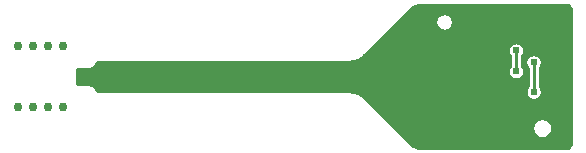
<source format=gbl>
G04 #@! TF.GenerationSoftware,KiCad,Pcbnew,(5.1.6-87-g1447494bc)*
G04 #@! TF.CreationDate,2020-12-18T18:28:38-06:00*
G04 #@! TF.ProjectId,mff2-to-4ffnano,6d666632-2d74-46f2-9d34-66666e616e6f,v1.0*
G04 #@! TF.SameCoordinates,Original*
G04 #@! TF.FileFunction,Copper,L2,Bot*
G04 #@! TF.FilePolarity,Positive*
%FSLAX46Y46*%
G04 Gerber Fmt 4.6, Leading zero omitted, Abs format (unit mm)*
G04 Created by KiCad (PCBNEW (5.1.6-87-g1447494bc)) date 2020-12-18 18:28:38*
%MOMM*%
%LPD*%
G01*
G04 APERTURE LIST*
G04 #@! TA.AperFunction,ComponentPad*
%ADD10C,0.762000*%
G04 #@! TD*
G04 #@! TA.AperFunction,ViaPad*
%ADD11C,0.609600*%
G04 #@! TD*
G04 #@! TA.AperFunction,Conductor*
%ADD12C,0.254000*%
G04 #@! TD*
G04 #@! TA.AperFunction,Conductor*
%ADD13C,0.100000*%
G04 #@! TD*
G04 APERTURE END LIST*
D10*
X122305000Y-128300000D03*
X121035000Y-128300000D03*
X119765000Y-128300000D03*
X118495000Y-128300000D03*
X122305000Y-133500000D03*
X121035000Y-133500000D03*
X119765000Y-133500000D03*
X118495000Y-133500000D03*
D11*
X151540000Y-130650000D03*
X151550006Y-128760000D03*
X162115000Y-132195000D03*
X162110000Y-129700000D03*
X160610000Y-128700000D03*
X160610002Y-130470000D03*
D12*
X151540000Y-130650000D02*
X151540000Y-128770006D01*
X151540000Y-128770006D02*
X151550006Y-128760000D01*
X162115000Y-132195000D02*
X162115000Y-129705000D01*
X162115000Y-129705000D02*
X162110000Y-129700000D01*
X160610000Y-130469998D02*
X160610002Y-130470000D01*
X160610000Y-128700000D02*
X160610000Y-130469998D01*
X164966393Y-124864697D02*
X165030255Y-124883978D01*
X165089156Y-124915296D01*
X165140853Y-124957459D01*
X165183377Y-125008862D01*
X165215106Y-125067543D01*
X165234832Y-125131269D01*
X165244001Y-125218506D01*
X165244000Y-136577694D01*
X165235303Y-136666392D01*
X165216022Y-136730254D01*
X165184703Y-136789157D01*
X165142540Y-136840854D01*
X165091140Y-136883376D01*
X165032456Y-136915106D01*
X164968734Y-136934831D01*
X164881503Y-136944000D01*
X152547306Y-136944000D01*
X152317192Y-136921437D01*
X152117298Y-136861086D01*
X151931442Y-136762264D01*
X151768795Y-136631594D01*
X150327911Y-135198154D01*
X161999000Y-135198154D01*
X161999000Y-135361846D01*
X162030935Y-135522394D01*
X162093577Y-135673626D01*
X162184520Y-135809732D01*
X162300268Y-135925480D01*
X162436374Y-136016423D01*
X162587606Y-136079065D01*
X162748154Y-136111000D01*
X162911846Y-136111000D01*
X163072394Y-136079065D01*
X163223626Y-136016423D01*
X163359732Y-135925480D01*
X163475480Y-135809732D01*
X163566423Y-135673626D01*
X163629065Y-135522394D01*
X163661000Y-135361846D01*
X163661000Y-135198154D01*
X163629065Y-135037606D01*
X163566423Y-134886374D01*
X163475480Y-134750268D01*
X163359732Y-134634520D01*
X163223626Y-134543577D01*
X163072394Y-134480935D01*
X162911846Y-134449000D01*
X162748154Y-134449000D01*
X162587606Y-134480935D01*
X162436374Y-134543577D01*
X162300268Y-134634520D01*
X162184520Y-134750268D01*
X162093577Y-134886374D01*
X162030935Y-135037606D01*
X161999000Y-135198154D01*
X150327911Y-135198154D01*
X147805724Y-132688998D01*
X147753576Y-132646428D01*
X147751992Y-132645587D01*
X147570557Y-132499822D01*
X147537363Y-132478118D01*
X147504640Y-132455712D01*
X147499039Y-132452684D01*
X147235721Y-132312675D01*
X147197520Y-132296930D01*
X147159522Y-132280643D01*
X147153444Y-132278762D01*
X147153438Y-132278760D01*
X146867941Y-132192564D01*
X146827423Y-132184541D01*
X146786973Y-132175943D01*
X146780641Y-132175278D01*
X146483838Y-132146176D01*
X146483833Y-132146176D01*
X146461739Y-132144000D01*
X125137629Y-132144000D01*
X125131320Y-132110929D01*
X125129480Y-132104833D01*
X125112166Y-132048901D01*
X125096130Y-132010753D01*
X125080667Y-131972480D01*
X125077685Y-131966872D01*
X125077679Y-131966859D01*
X125077672Y-131966848D01*
X125049829Y-131915355D01*
X125026723Y-131881099D01*
X125004088Y-131846509D01*
X125000064Y-131841575D01*
X124962743Y-131796462D01*
X124933409Y-131767333D01*
X124904500Y-131737811D01*
X124899594Y-131733753D01*
X124854221Y-131696748D01*
X124819793Y-131673874D01*
X124785702Y-131650530D01*
X124780101Y-131647502D01*
X124728405Y-131620014D01*
X124690159Y-131604249D01*
X124652203Y-131587981D01*
X124646137Y-131586104D01*
X124646125Y-131586099D01*
X124646113Y-131586097D01*
X124590070Y-131569176D01*
X124549533Y-131561149D01*
X124509096Y-131552554D01*
X124502775Y-131551890D01*
X124502769Y-131551889D01*
X124502764Y-131551889D01*
X124444495Y-131546176D01*
X124444493Y-131546176D01*
X124422399Y-131544000D01*
X123427000Y-131544000D01*
X123427000Y-130256000D01*
X124422399Y-130256000D01*
X124441644Y-130254105D01*
X124443421Y-130254117D01*
X124449758Y-130253495D01*
X124478412Y-130250483D01*
X124489392Y-130249402D01*
X124489758Y-130249291D01*
X124507987Y-130247375D01*
X124548498Y-130239060D01*
X124589072Y-130231320D01*
X124595161Y-130229482D01*
X124595165Y-130229481D01*
X124595168Y-130229480D01*
X124651099Y-130212165D01*
X124689172Y-130196161D01*
X124727521Y-130180667D01*
X124733137Y-130177680D01*
X124733141Y-130177678D01*
X124733144Y-130177676D01*
X124784645Y-130149829D01*
X124818875Y-130126741D01*
X124853491Y-130104089D01*
X124858425Y-130100064D01*
X124903537Y-130062743D01*
X124932665Y-130033412D01*
X124962189Y-130004500D01*
X124966242Y-129999600D01*
X124966247Y-129999595D01*
X124966251Y-129999590D01*
X125003252Y-129954221D01*
X125026116Y-129919808D01*
X125049470Y-129885702D01*
X125052498Y-129880101D01*
X125079986Y-129828404D01*
X125095740Y-129790184D01*
X125112019Y-129752203D01*
X125113897Y-129746133D01*
X125113901Y-129746124D01*
X125113903Y-129746115D01*
X125130824Y-129690070D01*
X125137570Y-129656000D01*
X146461739Y-129656000D01*
X146479915Y-129654210D01*
X146484319Y-129654256D01*
X146490658Y-129653657D01*
X146781908Y-129624073D01*
X146822458Y-129615897D01*
X146863047Y-129608301D01*
X146869148Y-129606482D01*
X147149105Y-129520890D01*
X147187239Y-129505016D01*
X147225634Y-129489660D01*
X147231266Y-129486690D01*
X147489266Y-129348352D01*
X147523615Y-129325357D01*
X147558272Y-129302851D01*
X147563213Y-129298849D01*
X147563220Y-129298844D01*
X147563226Y-129298838D01*
X147789076Y-129113323D01*
X147805825Y-129099641D01*
X148275157Y-128632455D01*
X159924200Y-128632455D01*
X159924200Y-128767545D01*
X159950555Y-128900040D01*
X160002252Y-129024848D01*
X160077305Y-129137172D01*
X160102000Y-129161867D01*
X160102001Y-130008134D01*
X160077307Y-130032828D01*
X160002254Y-130145152D01*
X159950557Y-130269960D01*
X159924202Y-130402455D01*
X159924202Y-130537545D01*
X159950557Y-130670040D01*
X160002254Y-130794848D01*
X160077307Y-130907172D01*
X160172830Y-131002695D01*
X160285154Y-131077748D01*
X160409962Y-131129445D01*
X160542457Y-131155800D01*
X160677547Y-131155800D01*
X160810042Y-131129445D01*
X160934850Y-131077748D01*
X161047174Y-131002695D01*
X161142697Y-130907172D01*
X161217750Y-130794848D01*
X161269447Y-130670040D01*
X161295802Y-130537545D01*
X161295802Y-130402455D01*
X161269447Y-130269960D01*
X161217750Y-130145152D01*
X161142697Y-130032828D01*
X161118000Y-130008131D01*
X161118000Y-129632455D01*
X161424200Y-129632455D01*
X161424200Y-129767545D01*
X161450555Y-129900040D01*
X161502252Y-130024848D01*
X161577305Y-130137172D01*
X161607001Y-130166868D01*
X161607000Y-131733133D01*
X161582305Y-131757828D01*
X161507252Y-131870152D01*
X161455555Y-131994960D01*
X161429200Y-132127455D01*
X161429200Y-132262545D01*
X161455555Y-132395040D01*
X161507252Y-132519848D01*
X161582305Y-132632172D01*
X161677828Y-132727695D01*
X161790152Y-132802748D01*
X161914960Y-132854445D01*
X162047455Y-132880800D01*
X162182545Y-132880800D01*
X162315040Y-132854445D01*
X162439848Y-132802748D01*
X162552172Y-132727695D01*
X162647695Y-132632172D01*
X162722748Y-132519848D01*
X162774445Y-132395040D01*
X162800800Y-132262545D01*
X162800800Y-132127455D01*
X162774445Y-131994960D01*
X162722748Y-131870152D01*
X162647695Y-131757828D01*
X162623000Y-131733133D01*
X162623000Y-130156867D01*
X162642695Y-130137172D01*
X162717748Y-130024848D01*
X162769445Y-129900040D01*
X162795800Y-129767545D01*
X162795800Y-129632455D01*
X162769445Y-129499960D01*
X162717748Y-129375152D01*
X162642695Y-129262828D01*
X162547172Y-129167305D01*
X162434848Y-129092252D01*
X162310040Y-129040555D01*
X162177545Y-129014200D01*
X162042455Y-129014200D01*
X161909960Y-129040555D01*
X161785152Y-129092252D01*
X161672828Y-129167305D01*
X161577305Y-129262828D01*
X161502252Y-129375152D01*
X161450555Y-129499960D01*
X161424200Y-129632455D01*
X161118000Y-129632455D01*
X161118000Y-129161867D01*
X161142695Y-129137172D01*
X161217748Y-129024848D01*
X161269445Y-128900040D01*
X161295800Y-128767545D01*
X161295800Y-128632455D01*
X161269445Y-128499960D01*
X161217748Y-128375152D01*
X161142695Y-128262828D01*
X161047172Y-128167305D01*
X160934848Y-128092252D01*
X160810040Y-128040555D01*
X160677545Y-128014200D01*
X160542455Y-128014200D01*
X160409960Y-128040555D01*
X160285152Y-128092252D01*
X160172828Y-128167305D01*
X160077305Y-128262828D01*
X160002252Y-128375152D01*
X159950555Y-128499960D01*
X159924200Y-128632455D01*
X148275157Y-128632455D01*
X150710751Y-126208003D01*
X153799000Y-126208003D01*
X153799000Y-126351997D01*
X153827092Y-126493225D01*
X153882196Y-126626258D01*
X153962195Y-126745985D01*
X154064015Y-126847805D01*
X154183742Y-126927804D01*
X154316775Y-126982908D01*
X154458003Y-127011000D01*
X154601997Y-127011000D01*
X154743225Y-126982908D01*
X154876258Y-126927804D01*
X154995985Y-126847805D01*
X155097805Y-126745985D01*
X155177804Y-126626258D01*
X155232908Y-126493225D01*
X155261000Y-126351997D01*
X155261000Y-126208003D01*
X155232908Y-126066775D01*
X155177804Y-125933742D01*
X155097805Y-125814015D01*
X154995985Y-125712195D01*
X154876258Y-125632196D01*
X154743225Y-125577092D01*
X154601997Y-125549000D01*
X154458003Y-125549000D01*
X154316775Y-125577092D01*
X154183742Y-125632196D01*
X154064015Y-125712195D01*
X153962195Y-125814015D01*
X153882196Y-125933742D01*
X153827092Y-126066775D01*
X153799000Y-126208003D01*
X150710751Y-126208003D01*
X151745608Y-125177881D01*
X151920440Y-125034272D01*
X152099638Y-124938187D01*
X152294077Y-124878741D01*
X152517957Y-124856000D01*
X164877694Y-124856000D01*
X164966393Y-124864697D01*
G04 #@! TA.AperFunction,Conductor*
D13*
G36*
X164966393Y-124864697D02*
G01*
X165030255Y-124883978D01*
X165089156Y-124915296D01*
X165140853Y-124957459D01*
X165183377Y-125008862D01*
X165215106Y-125067543D01*
X165234832Y-125131269D01*
X165244001Y-125218506D01*
X165244000Y-136577694D01*
X165235303Y-136666392D01*
X165216022Y-136730254D01*
X165184703Y-136789157D01*
X165142540Y-136840854D01*
X165091140Y-136883376D01*
X165032456Y-136915106D01*
X164968734Y-136934831D01*
X164881503Y-136944000D01*
X152547306Y-136944000D01*
X152317192Y-136921437D01*
X152117298Y-136861086D01*
X151931442Y-136762264D01*
X151768795Y-136631594D01*
X150327911Y-135198154D01*
X161999000Y-135198154D01*
X161999000Y-135361846D01*
X162030935Y-135522394D01*
X162093577Y-135673626D01*
X162184520Y-135809732D01*
X162300268Y-135925480D01*
X162436374Y-136016423D01*
X162587606Y-136079065D01*
X162748154Y-136111000D01*
X162911846Y-136111000D01*
X163072394Y-136079065D01*
X163223626Y-136016423D01*
X163359732Y-135925480D01*
X163475480Y-135809732D01*
X163566423Y-135673626D01*
X163629065Y-135522394D01*
X163661000Y-135361846D01*
X163661000Y-135198154D01*
X163629065Y-135037606D01*
X163566423Y-134886374D01*
X163475480Y-134750268D01*
X163359732Y-134634520D01*
X163223626Y-134543577D01*
X163072394Y-134480935D01*
X162911846Y-134449000D01*
X162748154Y-134449000D01*
X162587606Y-134480935D01*
X162436374Y-134543577D01*
X162300268Y-134634520D01*
X162184520Y-134750268D01*
X162093577Y-134886374D01*
X162030935Y-135037606D01*
X161999000Y-135198154D01*
X150327911Y-135198154D01*
X147805724Y-132688998D01*
X147753576Y-132646428D01*
X147751992Y-132645587D01*
X147570557Y-132499822D01*
X147537363Y-132478118D01*
X147504640Y-132455712D01*
X147499039Y-132452684D01*
X147235721Y-132312675D01*
X147197520Y-132296930D01*
X147159522Y-132280643D01*
X147153444Y-132278762D01*
X147153438Y-132278760D01*
X146867941Y-132192564D01*
X146827423Y-132184541D01*
X146786973Y-132175943D01*
X146780641Y-132175278D01*
X146483838Y-132146176D01*
X146483833Y-132146176D01*
X146461739Y-132144000D01*
X125137629Y-132144000D01*
X125131320Y-132110929D01*
X125129480Y-132104833D01*
X125112166Y-132048901D01*
X125096130Y-132010753D01*
X125080667Y-131972480D01*
X125077685Y-131966872D01*
X125077679Y-131966859D01*
X125077672Y-131966848D01*
X125049829Y-131915355D01*
X125026723Y-131881099D01*
X125004088Y-131846509D01*
X125000064Y-131841575D01*
X124962743Y-131796462D01*
X124933409Y-131767333D01*
X124904500Y-131737811D01*
X124899594Y-131733753D01*
X124854221Y-131696748D01*
X124819793Y-131673874D01*
X124785702Y-131650530D01*
X124780101Y-131647502D01*
X124728405Y-131620014D01*
X124690159Y-131604249D01*
X124652203Y-131587981D01*
X124646137Y-131586104D01*
X124646125Y-131586099D01*
X124646113Y-131586097D01*
X124590070Y-131569176D01*
X124549533Y-131561149D01*
X124509096Y-131552554D01*
X124502775Y-131551890D01*
X124502769Y-131551889D01*
X124502764Y-131551889D01*
X124444495Y-131546176D01*
X124444493Y-131546176D01*
X124422399Y-131544000D01*
X123427000Y-131544000D01*
X123427000Y-130256000D01*
X124422399Y-130256000D01*
X124441644Y-130254105D01*
X124443421Y-130254117D01*
X124449758Y-130253495D01*
X124478412Y-130250483D01*
X124489392Y-130249402D01*
X124489758Y-130249291D01*
X124507987Y-130247375D01*
X124548498Y-130239060D01*
X124589072Y-130231320D01*
X124595161Y-130229482D01*
X124595165Y-130229481D01*
X124595168Y-130229480D01*
X124651099Y-130212165D01*
X124689172Y-130196161D01*
X124727521Y-130180667D01*
X124733137Y-130177680D01*
X124733141Y-130177678D01*
X124733144Y-130177676D01*
X124784645Y-130149829D01*
X124818875Y-130126741D01*
X124853491Y-130104089D01*
X124858425Y-130100064D01*
X124903537Y-130062743D01*
X124932665Y-130033412D01*
X124962189Y-130004500D01*
X124966242Y-129999600D01*
X124966247Y-129999595D01*
X124966251Y-129999590D01*
X125003252Y-129954221D01*
X125026116Y-129919808D01*
X125049470Y-129885702D01*
X125052498Y-129880101D01*
X125079986Y-129828404D01*
X125095740Y-129790184D01*
X125112019Y-129752203D01*
X125113897Y-129746133D01*
X125113901Y-129746124D01*
X125113903Y-129746115D01*
X125130824Y-129690070D01*
X125137570Y-129656000D01*
X146461739Y-129656000D01*
X146479915Y-129654210D01*
X146484319Y-129654256D01*
X146490658Y-129653657D01*
X146781908Y-129624073D01*
X146822458Y-129615897D01*
X146863047Y-129608301D01*
X146869148Y-129606482D01*
X147149105Y-129520890D01*
X147187239Y-129505016D01*
X147225634Y-129489660D01*
X147231266Y-129486690D01*
X147489266Y-129348352D01*
X147523615Y-129325357D01*
X147558272Y-129302851D01*
X147563213Y-129298849D01*
X147563220Y-129298844D01*
X147563226Y-129298838D01*
X147789076Y-129113323D01*
X147805825Y-129099641D01*
X148275157Y-128632455D01*
X159924200Y-128632455D01*
X159924200Y-128767545D01*
X159950555Y-128900040D01*
X160002252Y-129024848D01*
X160077305Y-129137172D01*
X160102000Y-129161867D01*
X160102001Y-130008134D01*
X160077307Y-130032828D01*
X160002254Y-130145152D01*
X159950557Y-130269960D01*
X159924202Y-130402455D01*
X159924202Y-130537545D01*
X159950557Y-130670040D01*
X160002254Y-130794848D01*
X160077307Y-130907172D01*
X160172830Y-131002695D01*
X160285154Y-131077748D01*
X160409962Y-131129445D01*
X160542457Y-131155800D01*
X160677547Y-131155800D01*
X160810042Y-131129445D01*
X160934850Y-131077748D01*
X161047174Y-131002695D01*
X161142697Y-130907172D01*
X161217750Y-130794848D01*
X161269447Y-130670040D01*
X161295802Y-130537545D01*
X161295802Y-130402455D01*
X161269447Y-130269960D01*
X161217750Y-130145152D01*
X161142697Y-130032828D01*
X161118000Y-130008131D01*
X161118000Y-129632455D01*
X161424200Y-129632455D01*
X161424200Y-129767545D01*
X161450555Y-129900040D01*
X161502252Y-130024848D01*
X161577305Y-130137172D01*
X161607001Y-130166868D01*
X161607000Y-131733133D01*
X161582305Y-131757828D01*
X161507252Y-131870152D01*
X161455555Y-131994960D01*
X161429200Y-132127455D01*
X161429200Y-132262545D01*
X161455555Y-132395040D01*
X161507252Y-132519848D01*
X161582305Y-132632172D01*
X161677828Y-132727695D01*
X161790152Y-132802748D01*
X161914960Y-132854445D01*
X162047455Y-132880800D01*
X162182545Y-132880800D01*
X162315040Y-132854445D01*
X162439848Y-132802748D01*
X162552172Y-132727695D01*
X162647695Y-132632172D01*
X162722748Y-132519848D01*
X162774445Y-132395040D01*
X162800800Y-132262545D01*
X162800800Y-132127455D01*
X162774445Y-131994960D01*
X162722748Y-131870152D01*
X162647695Y-131757828D01*
X162623000Y-131733133D01*
X162623000Y-130156867D01*
X162642695Y-130137172D01*
X162717748Y-130024848D01*
X162769445Y-129900040D01*
X162795800Y-129767545D01*
X162795800Y-129632455D01*
X162769445Y-129499960D01*
X162717748Y-129375152D01*
X162642695Y-129262828D01*
X162547172Y-129167305D01*
X162434848Y-129092252D01*
X162310040Y-129040555D01*
X162177545Y-129014200D01*
X162042455Y-129014200D01*
X161909960Y-129040555D01*
X161785152Y-129092252D01*
X161672828Y-129167305D01*
X161577305Y-129262828D01*
X161502252Y-129375152D01*
X161450555Y-129499960D01*
X161424200Y-129632455D01*
X161118000Y-129632455D01*
X161118000Y-129161867D01*
X161142695Y-129137172D01*
X161217748Y-129024848D01*
X161269445Y-128900040D01*
X161295800Y-128767545D01*
X161295800Y-128632455D01*
X161269445Y-128499960D01*
X161217748Y-128375152D01*
X161142695Y-128262828D01*
X161047172Y-128167305D01*
X160934848Y-128092252D01*
X160810040Y-128040555D01*
X160677545Y-128014200D01*
X160542455Y-128014200D01*
X160409960Y-128040555D01*
X160285152Y-128092252D01*
X160172828Y-128167305D01*
X160077305Y-128262828D01*
X160002252Y-128375152D01*
X159950555Y-128499960D01*
X159924200Y-128632455D01*
X148275157Y-128632455D01*
X150710751Y-126208003D01*
X153799000Y-126208003D01*
X153799000Y-126351997D01*
X153827092Y-126493225D01*
X153882196Y-126626258D01*
X153962195Y-126745985D01*
X154064015Y-126847805D01*
X154183742Y-126927804D01*
X154316775Y-126982908D01*
X154458003Y-127011000D01*
X154601997Y-127011000D01*
X154743225Y-126982908D01*
X154876258Y-126927804D01*
X154995985Y-126847805D01*
X155097805Y-126745985D01*
X155177804Y-126626258D01*
X155232908Y-126493225D01*
X155261000Y-126351997D01*
X155261000Y-126208003D01*
X155232908Y-126066775D01*
X155177804Y-125933742D01*
X155097805Y-125814015D01*
X154995985Y-125712195D01*
X154876258Y-125632196D01*
X154743225Y-125577092D01*
X154601997Y-125549000D01*
X154458003Y-125549000D01*
X154316775Y-125577092D01*
X154183742Y-125632196D01*
X154064015Y-125712195D01*
X153962195Y-125814015D01*
X153882196Y-125933742D01*
X153827092Y-126066775D01*
X153799000Y-126208003D01*
X150710751Y-126208003D01*
X151745608Y-125177881D01*
X151920440Y-125034272D01*
X152099638Y-124938187D01*
X152294077Y-124878741D01*
X152517957Y-124856000D01*
X164877694Y-124856000D01*
X164966393Y-124864697D01*
G37*
G04 #@! TD.AperFunction*
M02*

</source>
